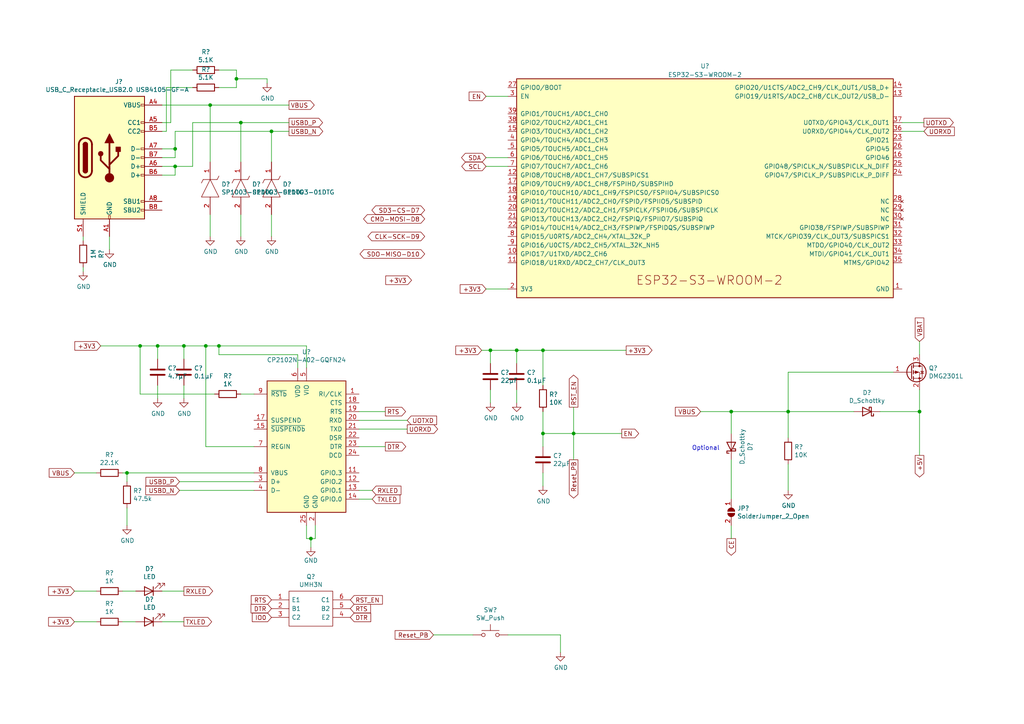
<source format=kicad_sch>
(kicad_sch (version 20211123) (generator eeschema)
  (paper "A4")
  (lib_symbols
    (symbol "Connector:USB_C_Receptacle_USB2.0" (pin_names (offset 1.016))
      (property "Reference" "J" (at -10.16 19.05 0))
      (property "Value" "USB_C_Receptacle_USB2.0" (at 19.05 19.05 0))
      (symbol "USB_C_Receptacle_USB2.0_0_0"
        (rectangle (start -0.254 -17.78) (end 0.254 -16.764))
        (rectangle (start 10.16 -14.986) (end 9.144 -15.494))
        (rectangle (start 10.16 -12.446) (end 9.144 -12.954))
        (rectangle (start 10.16 -4.826) (end 9.144 -5.334))
        (rectangle (start 10.16 -2.286) (end 9.144 -2.794))
        (rectangle (start 10.16 0.254) (end 9.144 -0.254))
        (rectangle (start 10.16 2.794) (end 9.144 2.286))
        (rectangle (start 10.16 7.874) (end 9.144 7.366))
        (rectangle (start 10.16 10.414) (end 9.144 9.906))
        (rectangle (start 10.16 15.494) (end 9.144 14.986))
      )
      (symbol "USB_C_Receptacle_USB2.0_0_1"
        (rectangle (start -10.16 17.78) (end 10.16 -17.78) (stroke (width 0.254)) (fill (type background)))
        (arc (start -8.89 -3.81) (mid -6.985 -5.715) (end -5.08 -3.81) (stroke (width 0.508)))
        (arc (start -7.62 -3.81) (mid -6.985 -4.445) (end -6.35 -3.81) (stroke (width 0.254)))
        (arc (start -7.62 -3.81) (mid -6.985 -4.445) (end -6.35 -3.81) (stroke (width 0.254)) (fill (type outline)))
        (rectangle (start -7.62 -3.81) (end -6.35 3.81) (stroke (width 0.254)) (fill (type outline)))
        (arc (start -6.35 3.81) (mid -6.985 4.445) (end -7.62 3.81) (stroke (width 0.254)))
        (arc (start -6.35 3.81) (mid -6.985 4.445) (end -7.62 3.81) (stroke (width 0.254)) (fill (type outline)))
        (arc (start -5.08 3.81) (mid -6.985 5.715) (end -8.89 3.81) (stroke (width 0.508)))
        (circle (center -2.54 1.143) (radius 0.635) (stroke (width 0.254)) (fill (type outline)))
        (circle (center 0 -5.842) (radius 1.27) (fill (type outline)))
        (polyline (pts (xy -8.89 -3.81) (xy -8.89 3.81)) (stroke (width 0.508)))
        (polyline (pts (xy -5.08 3.81) (xy -5.08 -3.81)) (stroke (width 0.508)))
        (polyline (pts (xy 0 -5.842) (xy 0 4.318)) (stroke (width 0.508)))
        (polyline (pts (xy 0 -3.302) (xy -2.54 -0.762) (xy -2.54 0.508)) (stroke (width 0.508)))
        (polyline (pts (xy 0 -2.032) (xy 2.54 0.508) (xy 2.54 1.778)) (stroke (width 0.508)))
        (polyline (pts (xy -1.27 4.318) (xy 0 6.858) (xy 1.27 4.318) (xy -1.27 4.318)) (stroke (width 0.254)) (fill (type outline)))
        (rectangle (start 1.905 1.778) (end 3.175 3.048) (stroke (width 0.254)) (fill (type outline)))
      )
      (symbol "USB_C_Receptacle_USB2.0_1_1"
        (pin passive line (at 0 -22.86 90) (length 5.08) (name "GND") (number "A1"))
        (pin passive line (at 0 -22.86 90) (length 5.08) hide (name "GND") (number "A12"))
        (pin passive line (at 15.24 15.24 180) (length 5.08) (name "VBUS") (number "A4"))
        (pin bidirectional line (at 15.24 10.16 180) (length 5.08) (name "CC1") (number "A5"))
        (pin bidirectional line (at 15.24 -2.54 180) (length 5.08) (name "D+") (number "A6"))
        (pin bidirectional line (at 15.24 2.54 180) (length 5.08) (name "D-") (number "A7"))
        (pin bidirectional line (at 15.24 -12.7 180) (length 5.08) (name "SBU1") (number "A8"))
        (pin passive line (at 15.24 15.24 180) (length 5.08) hide (name "VBUS") (number "A9"))
        (pin passive line (at 0 -22.86 90) (length 5.08) hide (name "GND") (number "B1"))
        (pin passive line (at 0 -22.86 90) (length 5.08) hide (name "GND") (number "B12"))
        (pin passive line (at 15.24 15.24 180) (length 5.08) hide (name "VBUS") (number "B4"))
        (pin bidirectional line (at 15.24 7.62 180) (length 5.08) (name "CC2") (number "B5"))
        (pin bidirectional line (at 15.24 -5.08 180) (length 5.08) (name "D+") (number "B6"))
        (pin bidirectional line (at 15.24 0 180) (length 5.08) (name "D-") (number "B7"))
        (pin bidirectional line (at 15.24 -15.24 180) (length 5.08) (name "SBU2") (number "B8"))
        (pin passive line (at 15.24 15.24 180) (length 5.08) hide (name "VBUS") (number "B9"))
        (pin passive line (at -7.62 -22.86 90) (length 5.08) (name "SHIELD") (number "S1"))
      )
    )
    (symbol "Device:C" (pin_numbers hide) (pin_names (offset 0.254))
      (property "Reference" "C" (at 0.635 2.54 0))
      (property "Value" "C" (at 0.635 -2.54 0))
      (symbol "C_0_1"
        (polyline (pts (xy -2.032 -0.762) (xy 2.032 -0.762)) (stroke (width 0.508)))
        (polyline (pts (xy -2.032 0.762) (xy 2.032 0.762)) (stroke (width 0.508)))
      )
      (symbol "C_1_1"
        (pin passive line (at 0 3.81 270) (length 2.794) (name "~") (number "1"))
        (pin passive line (at 0 -3.81 90) (length 2.794) (name "~") (number "2"))
      )
    )
    (symbol "Device:D_Schottky" (pin_numbers hide) (pin_names (offset 1.016) hide)
      (property "Reference" "D" (at 0 2.54 0))
      (property "Value" "D_Schottky" (at 0 -2.54 0))
      (symbol "D_Schottky_0_1"
        (polyline (pts (xy 1.27 0) (xy -1.27 0)))
        (polyline (pts (xy 1.27 1.27) (xy 1.27 -1.27) (xy -1.27 0) (xy 1.27 1.27)) (stroke (width 0.254)))
        (polyline (pts (xy -1.905 0.635) (xy -1.905 1.27) (xy -1.27 1.27) (xy -1.27 -1.27) (xy -0.635 -1.27) (xy -0.635 -0.635)) (stroke (width 0.254)))
      )
      (symbol "D_Schottky_1_1"
        (pin passive line (at -3.81 0 0) (length 2.54) (name "K") (number "1"))
        (pin passive line (at 3.81 0 180) (length 2.54) (name "A") (number "2"))
      )
    )
    (symbol "Device:LED" (pin_numbers hide) (pin_names (offset 1.016) hide)
      (property "Reference" "D" (at 0 2.54 0))
      (property "Value" "LED" (at 0 -2.54 0))
      (symbol "LED_0_1"
        (polyline (pts (xy -1.27 -1.27) (xy -1.27 1.27)) (stroke (width 0.254)))
        (polyline (pts (xy -1.27 0) (xy 1.27 0)))
        (polyline (pts (xy 1.27 -1.27) (xy 1.27 1.27) (xy -1.27 0) (xy 1.27 -1.27)) (stroke (width 0.254)))
        (polyline (pts (xy -3.048 -0.762) (xy -4.572 -2.286) (xy -3.81 -2.286) (xy -4.572 -2.286) (xy -4.572 -1.524)))
        (polyline (pts (xy -1.778 -0.762) (xy -3.302 -2.286) (xy -2.54 -2.286) (xy -3.302 -2.286) (xy -3.302 -1.524)))
      )
      (symbol "LED_1_1"
        (pin passive line (at -3.81 0 0) (length 2.54) (name "K") (number "1"))
        (pin passive line (at 3.81 0 180) (length 2.54) (name "A") (number "2"))
      )
    )
    (symbol "Device:R" (pin_numbers hide) (pin_names (offset 0))
      (property "Reference" "R" (at 2.032 0 90))
      (property "Value" "R" (at 0 0 90))
      (symbol "R_0_1"
        (rectangle (start -1.016 -2.54) (end 1.016 2.54) (stroke (width 0.254)))
      )
      (symbol "R_1_1"
        (pin passive line (at 0 3.81 270) (length 1.27) (name "~") (number "1"))
        (pin passive line (at 0 -3.81 90) (length 1.27) (name "~") (number "2"))
      )
    )
    (symbol "Espressif:ESP32-S3-WROOM-2" (pin_names (offset 1.016))
      (property "Reference" "U" (at -55.88 38.1 0))
      (property "Value" "ESP32-S3-WROOM-2" (at -55.88 35.56 0))
      (symbol "ESP32-S3-WROOM-2_0_0"
        (rectangle (start -55.88 33.02) (end 53.34 -30.48) (stroke (width 0.254)) (fill (type background)))
        (text "ESP32-S3-WROOM-2" (at 0 -25.4 0) (effects (font (size 2.54 2.54))))
        (pin power_in line (at 55.88 -27.94 180) (length 2.54) (name "GND") (number "1"))
        (pin bidirectional line (at -58.42 -17.78 0) (length 2.54) (name "GPIO17/U1TXD/ADC2_CH6") (number "10"))
        (pin bidirectional line (at -58.42 -20.32 0) (length 2.54) (name "GPIO18/U1RXD/ADC2_CH7/CLK_OUT3") (number "11"))
        (pin bidirectional line (at -58.42 5.08 0) (length 2.54) (name "GPIO8/TOUCH8/ADC1_CH7/SUBSPICS1") (number "12"))
        (pin bidirectional line (at 55.88 27.94 180) (length 2.54) (name "GPIO19/U1RTS/ADC2_CH8/CLK_OUT2/USB_D-") (number "13"))
        (pin bidirectional line (at 55.88 30.48 180) (length 2.54) (name "GPIO20/U1CTS/ADC2_CH9/CLK_OUT1/USB_D+") (number "14"))
        (pin bidirectional line (at -58.42 17.78 0) (length 2.54) (name "GPIO3/TOUCH3/ADC1_CH2") (number "15"))
        (pin bidirectional line (at 55.88 10.16 180) (length 2.54) (name "GPIO46") (number "16"))
        (pin bidirectional line (at -58.42 2.54 0) (length 2.54) (name "GPIO9/TOUCH9/ADC1_CH8/FSPIHD/SUBSPIHD") (number "17"))
        (pin bidirectional line (at -58.42 0 0) (length 2.54) (name "GPIO10/TOUCH10/ADC1_CH9/FSPICS0/FSPIIO4/SUBSPICS0") (number "18"))
        (pin bidirectional line (at -58.42 -2.54 0) (length 2.54) (name "GPIO11/TOUCH11/ADC2_CH0/FSPID/FSPIIO5/SUBSPID") (number "19"))
        (pin power_in line (at -58.42 -27.94 0) (length 2.54) (name "3V3") (number "2"))
        (pin bidirectional line (at -58.42 -5.08 0) (length 2.54) (name "GPIO12/TOUCH12/ADC2_CH1/FSPICLK/FSPIIO6/SUBSPICLK") (number "20"))
        (pin bidirectional line (at -58.42 -7.62 0) (length 2.54) (name "GPIO13/TOUCH13/ADC2_CH2/FSPIQ/FSPIIO7/SUBSPIQ") (number "21"))
        (pin bidirectional line (at -58.42 -10.16 0) (length 2.54) (name "GPIO14/TOUCH14/ADC2_CH3/FSPIWP/FSPIDQS/SUBSPIWP") (number "22"))
        (pin bidirectional line (at 55.88 15.24 180) (length 2.54) (name "GPIO21") (number "23"))
        (pin bidirectional line (at 55.88 5.08 180) (length 2.54) (name "GPIO47/SPICLK_P/SUBSPICLK_P_DIFF") (number "24"))
        (pin bidirectional line (at 55.88 7.62 180) (length 2.54) (name "GPIO48/SPICLK_N/SUBSPICLK_N_DIFF") (number "25"))
        (pin bidirectional line (at 55.88 12.7 180) (length 2.54) (name "GPIO45") (number "26"))
        (pin bidirectional line (at -58.42 30.48 0) (length 2.54) (name "GPIO0/BOOT") (number "27"))
        (pin no_connect line (at 55.88 -2.54 180) (length 2.54) (name "NC") (number "28"))
        (pin no_connect line (at 55.88 -5.08 180) (length 2.54) (name "NC") (number "29"))
        (pin input line (at -58.42 27.94 0) (length 2.54) (name "EN") (number "3"))
        (pin no_connect line (at 55.88 -7.62 180) (length 2.54) (name "NC") (number "30"))
        (pin bidirectional line (at 55.88 -10.16 180) (length 2.54) (name "GPIO38/FSPIWP/SUBSPIWP") (number "31"))
        (pin bidirectional line (at 55.88 -12.7 180) (length 2.54) (name "MTCK/GPIO39/CLK_OUT3/SUBSPICS1") (number "32"))
        (pin bidirectional line (at 55.88 -15.24 180) (length 2.54) (name "MTDO/GPIO40/CLK_OUT2") (number "33"))
        (pin bidirectional line (at 55.88 -17.78 180) (length 2.54) (name "MTDI/GPIO41/CLK_OUT1") (number "34"))
        (pin bidirectional line (at 55.88 -20.32 180) (length 2.54) (name "MTMS/GPIO42") (number "35"))
        (pin bidirectional line (at 55.88 17.78 180) (length 2.54) (name "U0RXD/GPIO44/CLK_OUT2") (number "36"))
        (pin bidirectional line (at 55.88 20.32 180) (length 2.54) (name "U0TXD/GPIO43/CLK_OUT1") (number "37"))
        (pin bidirectional line (at -58.42 20.32 0) (length 2.54) (name "GPIO2/TOUCH2/ADC1_CH1") (number "38"))
        (pin bidirectional line (at -58.42 22.86 0) (length 2.54) (name "GPIO1/TOUCH1/ADC1_CH0") (number "39"))
        (pin bidirectional line (at -58.42 15.24 0) (length 2.54) (name "GPIO4/TOUCH4/ADC1_CH3") (number "4"))
        (pin passive line (at 55.88 -27.94 180) (length 2.54) hide (name "GND") (number "40"))
        (pin passive line (at 55.88 -27.94 180) (length 2.54) hide (name "GND") (number "41"))
        (pin bidirectional line (at -58.42 12.7 0) (length 2.54) (name "GPIO5/TOUCH5/ADC1_CH4") (number "5"))
        (pin bidirectional line (at -58.42 10.16 0) (length 2.54) (name "GPIO6/TOUCH6/ADC1_CH5") (number "6"))
        (pin bidirectional line (at -58.42 7.62 0) (length 2.54) (name "GPIO7/TOUCH7/ADC1_CH6") (number "7"))
        (pin bidirectional line (at -58.42 -12.7 0) (length 2.54) (name "GPIO15/U0RTS/ADC2_CH4/XTAL_32K_P") (number "8"))
        (pin bidirectional line (at -58.42 -15.24 0) (length 2.54) (name "GPIO16/U0CTS/ADC2_CH5/XTAL_32K_NH5") (number "9"))
      )
    )
    (symbol "Jumper:SolderJumper_2_Open" (pin_names (offset 0) hide)
      (property "Reference" "JP" (at 0 2.032 0))
      (property "Value" "SolderJumper_2_Open" (at 0 -2.54 0))
      (symbol "SolderJumper_2_Open_0_1"
        (arc (start -0.254 1.016) (mid -1.27 0) (end -0.254 -1.016))
        (arc (start -0.254 1.016) (mid -1.27 0) (end -0.254 -1.016) (fill (type outline)))
        (polyline (pts (xy -0.254 1.016) (xy -0.254 -1.016)))
        (polyline (pts (xy 0.254 1.016) (xy 0.254 -1.016)))
        (arc (start 0.254 -1.016) (mid 1.27 0) (end 0.254 1.016))
        (arc (start 0.254 -1.016) (mid 1.27 0) (end 0.254 1.016) (fill (type outline)))
      )
      (symbol "SolderJumper_2_Open_1_1"
        (pin passive line (at -3.81 0 0) (length 2.54) (name "A") (number "1"))
        (pin passive line (at 3.81 0 180) (length 2.54) (name "B") (number "2"))
      )
    )
    (symbol "RE1C002UN:DMG2301L" (pin_names hide)
      (property "Reference" "Q" (at 5.08 1.905 0))
      (property "Value" "DMG2301L" (at 5.08 0 0))
      (symbol "DMG2301L_0_1"
        (polyline (pts (xy 0.254 0) (xy -2.54 0)))
        (polyline (pts (xy 0.254 1.905) (xy 0.254 -1.905)) (stroke (width 0.254)))
        (polyline (pts (xy 0.762 -1.27) (xy 0.762 -2.286)) (stroke (width 0.254)))
        (polyline (pts (xy 0.762 0.508) (xy 0.762 -0.508)) (stroke (width 0.254)))
        (polyline (pts (xy 0.762 2.286) (xy 0.762 1.27)) (stroke (width 0.254)))
        (polyline (pts (xy 2.54 2.54) (xy 2.54 1.778)))
        (polyline (pts (xy 2.54 -2.54) (xy 2.54 0) (xy 0.762 0)))
        (polyline (pts (xy 0.762 1.778) (xy 3.302 1.778) (xy 3.302 -1.778) (xy 0.762 -1.778)))
        (polyline (pts (xy 2.286 0) (xy 1.27 0.381) (xy 1.27 -0.381) (xy 2.286 0)) (fill (type outline)))
        (polyline (pts (xy 2.794 -0.508) (xy 2.921 -0.381) (xy 3.683 -0.381) (xy 3.81 -0.254)))
        (polyline (pts (xy 3.302 -0.381) (xy 2.921 0.254) (xy 3.683 0.254) (xy 3.302 -0.381)))
        (circle (center 1.651 0) (radius 2.794) (stroke (width 0.254)))
        (circle (center 2.54 -1.778) (radius 0.254) (fill (type outline)))
        (circle (center 2.54 1.778) (radius 0.254) (fill (type outline)))
      )
      (symbol "DMG2301L_1_1"
        (pin input line (at -5.08 0 0) (length 2.54) (name "G") (number "1"))
        (pin passive line (at 2.54 -5.08 90) (length 2.54) (name "S") (number "2"))
        (pin passive line (at 2.54 5.08 270) (length 2.54) (name "D") (number "3"))
      )
    )
    (symbol "SP1003-01DTG:SP1003-01DTG" (pin_names (offset 0.762))
      (property "Reference" "D" (at 10.16 8.89 0))
      (property "Value" "SP1003-01DTG" (at 10.16 6.35 0))
      (symbol "SP1003-01DTG_0_0"
        (pin passive line (at 0 0 0) (length 5.08) (name "~") (number "1"))
        (pin passive line (at 15.24 0 180) (length 5.08) (name "~") (number "2"))
      )
      (symbol "SP1003-01DTG_0_1"
        (polyline (pts (xy 4.064 2.54) (xy 5.08 2.032)) (stroke (width 0.1524)))
        (polyline (pts (xy 5.08 -2.032) (xy 5.08 2.032)) (stroke (width 0.1524)))
        (polyline (pts (xy 5.08 -2.032) (xy 6.096 -2.54)) (stroke (width 0.1524)))
        (polyline (pts (xy 5.08 0) (xy 10.16 2.54) (xy 10.16 -2.54) (xy 5.08 0)) (stroke (width 0.1524)))
      )
    )
    (symbol "Switch:SW_Push" (pin_numbers hide) (pin_names (offset 1.016) hide)
      (property "Reference" "SW" (at 1.27 2.54 0))
      (property "Value" "SW_Push" (at 0 -1.524 0))
      (symbol "SW_Push_0_1"
        (circle (center -2.032 0) (radius 0.508))
        (polyline (pts (xy 0 1.27) (xy 0 3.048)))
        (polyline (pts (xy 2.54 1.27) (xy -2.54 1.27)))
        (circle (center 2.032 0) (radius 0.508))
        (pin passive line (at -5.08 0 0) (length 2.54) (name "1") (number "1"))
        (pin passive line (at 5.08 0 180) (length 2.54) (name "2") (number "2"))
      )
    )
    (symbol "TestboardV2.3-rescue:CP2102N-A01-GQFN24-Interface_USB" (pin_names (offset 1.016))
      (property "Reference" "U" (at -5.08 22.225 0))
      (property "Value" "CP2102N-A01-GQFN24-Interface_USB" (at -5.08 20.32 0))
      (symbol "CP2102N-A01-GQFN24-Interface_USB_0_1"
        (rectangle (start -11.43 19.05) (end 11.43 -19.05) (stroke (width 0.254)) (fill (type background)))
      )
      (symbol "CP2102N-A01-GQFN24-Interface_USB_1_1"
        (pin bidirectional line (at 15.24 15.24 180) (length 3.81) (name "RI/CLK") (number "1"))
        (pin no_connect line (at 10.16 -22.86 90) (length 3.81) hide (name "NC") (number "10"))
        (pin bidirectional line (at 15.24 -7.62 180) (length 3.81) (name "GPIO.3") (number "11"))
        (pin bidirectional line (at 15.24 -10.16 180) (length 3.81) (name "GPIO.2") (number "12"))
        (pin bidirectional line (at 15.24 -12.7 180) (length 3.81) (name "GPIO.1") (number "13"))
        (pin bidirectional line (at 15.24 -15.24 180) (length 3.81) (name "GPIO.0") (number "14"))
        (pin output line (at -15.24 5.08 0) (length 3.81) (name "~{SUSPENDb}") (number "15"))
        (pin no_connect line (at 7.62 -22.86 90) (length 3.81) hide (name "NC") (number "16"))
        (pin output line (at -15.24 7.62 0) (length 3.81) (name "SUSPEND") (number "17"))
        (pin input line (at 15.24 12.7 180) (length 3.81) (name "CTS") (number "18"))
        (pin output line (at 15.24 10.16 180) (length 3.81) (name "RTS") (number "19"))
        (pin power_in line (at 2.54 -22.86 90) (length 3.81) (name "GND") (number "2"))
        (pin input line (at 15.24 7.62 180) (length 3.81) (name "RXD") (number "20"))
        (pin output line (at 15.24 5.08 180) (length 3.81) (name "TXD") (number "21"))
        (pin input line (at 15.24 2.54 180) (length 3.81) (name "DSR") (number "22"))
        (pin output line (at 15.24 0 180) (length 3.81) (name "DTR") (number "23"))
        (pin input line (at 15.24 -2.54 180) (length 3.81) (name "DCD") (number "24"))
        (pin power_in line (at 0 -22.86 90) (length 3.81) (name "GND") (number "25"))
        (pin bidirectional line (at -15.24 -10.16 0) (length 3.81) (name "D+") (number "3"))
        (pin bidirectional line (at -15.24 -12.7 0) (length 3.81) (name "D-") (number "4"))
        (pin power_in line (at 0 22.86 270) (length 3.81) (name "VIO") (number "5"))
        (pin power_in line (at -2.54 22.86 270) (length 3.81) (name "VDD") (number "6"))
        (pin power_in line (at -15.24 0 0) (length 3.81) (name "REGIN") (number "7"))
        (pin input line (at -15.24 -7.62 0) (length 3.81) (name "VBUS") (number "8"))
        (pin input line (at -15.24 15.24 0) (length 3.81) (name "~{RSTb}") (number "9"))
      )
    )
    (symbol "UMH3N:UMH3N" (pin_names (offset 0.762))
      (property "Reference" "Q" (at 19.05 7.62 0))
      (property "Value" "UMH3N" (at 19.05 5.08 0))
      (symbol "UMH3N_0_0"
        (pin unspecified line (at 0 0 0) (length 5.08) (name "E1") (number "1"))
        (pin unspecified line (at 0 -2.54 0) (length 5.08) (name "B1") (number "2"))
        (pin unspecified line (at 0 -5.08 0) (length 5.08) (name "C2") (number "3"))
        (pin unspecified line (at 22.86 -5.08 180) (length 5.08) (name "E2") (number "4"))
        (pin unspecified line (at 22.86 -2.54 180) (length 5.08) (name "B2") (number "5"))
        (pin unspecified line (at 22.86 0 180) (length 5.08) (name "C1") (number "6"))
      )
      (symbol "UMH3N_0_1"
        (polyline (pts (xy 5.08 2.54) (xy 17.78 2.54) (xy 17.78 -7.62) (xy 5.08 -7.62) (xy 5.08 2.54)) (stroke (width 0.1524)))
      )
    )
    (symbol "power:GND" (power) (pin_names (offset 0))
      (property "Value" "GND" (at 0 -3.81 0))
      (symbol "GND_0_1"
        (polyline (pts (xy 0 0) (xy 0 -1.27) (xy 1.27 -1.27) (xy 0 -2.54) (xy -1.27 -1.27) (xy 0 -1.27)))
      )
      (symbol "GND_1_1"
        (pin power_in line (at 0 0 270) (length 0) hide (name "GND") (number "1"))
      )
    )
  )
  (junction (at 50.8 48.26))
  (junction (at 40.64 100.33))
  (junction (at 69.85 35.56))
  (junction (at 266.7 119.38))
  (junction (at 212.09 119.38))
  (junction (at 157.48 125.73))
  (junction (at 59.69 100.33))
  (junction (at 157.48 101.6))
  (junction (at 90.17 156.21))
  (junction (at 149.86 101.6))
  (junction (at 63.5 100.33))
  (junction (at 53.34 100.33))
  (junction (at 36.83 137.16))
  (junction (at 68.58 22.86))
  (junction (at 78.74 38.1))
  (junction (at 142.24 101.6))
  (junction (at 45.72 100.33))
  (junction (at 228.6 119.38))
  (junction (at 166.37 125.73))
  (junction (at 50.8 43.18))
  (junction (at 60.96 30.48))
  (wire (pts (xy 261.62 38.1) (xy 267.97 38.1)))
  (wire (pts (xy 35.56 180.34) (xy 39.37 180.34)))
  (wire (pts (xy 29.21 100.33) (xy 40.64 100.33)))
  (wire (pts (xy 212.09 125.73) (xy 212.09 119.38)))
  (wire (pts (xy 50.8 43.18) (xy 50.8 45.72)))
  (wire (pts (xy 21.59 137.16) (xy 27.94 137.16)))
  (wire (pts (xy 104.14 142.24) (xy 107.95 142.24)))
  (wire (pts (xy 46.99 48.26) (xy 50.8 48.26)))
  (wire (pts (xy 104.14 124.46) (xy 118.11 124.46)))
  (wire (pts (xy 78.74 46.99) (xy 78.74 38.1)))
  (wire (pts (xy 50.8 48.26) (xy 55.88 48.26)))
  (wire (pts (xy 31.75 68.58) (xy 31.75 72.39)))
  (wire (pts (xy 104.14 119.38) (xy 111.76 119.38)))
  (wire (pts (xy 68.58 22.86) (xy 68.58 20.32)))
  (wire (pts (xy 149.86 113.03) (xy 149.86 116.84)))
  (wire (pts (xy 60.96 30.48) (xy 83.82 30.48)))
  (wire (pts (xy 63.5 102.87) (xy 63.5 100.33)))
  (wire (pts (xy 27.94 171.45) (xy 21.59 171.45)))
  (wire (pts (xy 162.56 184.15) (xy 162.56 189.23)))
  (wire (pts (xy 228.6 107.95) (xy 259.08 107.95)))
  (wire (pts (xy 228.6 119.38) (xy 247.65 119.38)))
  (wire (pts (xy 40.64 114.3) (xy 40.64 100.33)))
  (wire (pts (xy 140.97 27.94) (xy 147.32 27.94)))
  (wire (pts (xy 36.83 137.16) (xy 36.83 139.7)))
  (wire (pts (xy 36.83 137.16) (xy 73.66 137.16)))
  (wire (pts (xy 49.53 20.32) (xy 55.88 20.32)))
  (wire (pts (xy 50.8 38.1) (xy 78.74 38.1)))
  (wire (pts (xy 266.7 102.87) (xy 266.7 99.06)))
  (wire (pts (xy 77.47 22.86) (xy 77.47 24.13)))
  (wire (pts (xy 212.09 119.38) (xy 228.6 119.38)))
  (wire (pts (xy 69.85 35.56) (xy 83.82 35.56)))
  (wire (pts (xy 59.69 100.33) (xy 63.5 100.33)))
  (wire (pts (xy 149.86 101.6) (xy 149.86 105.41)))
  (wire (pts (xy 228.6 119.38) (xy 228.6 107.95)))
  (wire (pts (xy 140.97 45.72) (xy 147.32 45.72)))
  (wire (pts (xy 53.34 100.33) (xy 59.69 100.33)))
  (wire (pts (xy 147.32 184.15) (xy 162.56 184.15)))
  (wire (pts (xy 78.74 62.23) (xy 78.74 68.58)))
  (wire (pts (xy 48.26 25.4) (xy 55.88 25.4)))
  (wire (pts (xy 88.9 106.68) (xy 88.9 100.33)))
  (wire (pts (xy 55.88 48.26) (xy 55.88 35.56)))
  (wire (pts (xy 142.24 101.6) (xy 142.24 105.41)))
  (wire (pts (xy 149.86 101.6) (xy 157.48 101.6)))
  (wire (pts (xy 142.24 113.03) (xy 142.24 116.84)))
  (wire (pts (xy 46.99 35.56) (xy 49.53 35.56)))
  (wire (pts (xy 78.74 38.1) (xy 83.82 38.1)))
  (wire (pts (xy 73.66 142.24) (xy 52.07 142.24)))
  (wire (pts (xy 91.44 156.21) (xy 91.44 152.4)))
  (wire (pts (xy 73.66 114.3) (xy 69.85 114.3)))
  (wire (pts (xy 35.56 171.45) (xy 39.37 171.45)))
  (wire (pts (xy 46.99 180.34) (xy 53.34 180.34)))
  (wire (pts (xy 63.5 25.4) (xy 68.58 25.4)))
  (wire (pts (xy 139.7 101.6) (xy 142.24 101.6)))
  (wire (pts (xy 69.85 62.23) (xy 69.85 68.58)))
  (wire (pts (xy 45.72 111.76) (xy 45.72 115.57)))
  (wire (pts (xy 50.8 45.72) (xy 46.99 45.72)))
  (wire (pts (xy 255.27 119.38) (xy 266.7 119.38)))
  (wire (pts (xy 53.34 111.76) (xy 53.34 115.57)))
  (wire (pts (xy 142.24 101.6) (xy 149.86 101.6)))
  (wire (pts (xy 48.26 38.1) (xy 48.26 25.4)))
  (wire (pts (xy 86.36 102.87) (xy 63.5 102.87)))
  (wire (pts (xy 55.88 35.56) (xy 69.85 35.56)))
  (wire (pts (xy 59.69 100.33) (xy 59.69 129.54)))
  (wire (pts (xy 212.09 133.35) (xy 212.09 144.78)))
  (wire (pts (xy 140.97 83.82) (xy 147.32 83.82)))
  (wire (pts (xy 35.56 137.16) (xy 36.83 137.16)))
  (wire (pts (xy 45.72 100.33) (xy 45.72 104.14)))
  (wire (pts (xy 59.69 129.54) (xy 73.66 129.54)))
  (wire (pts (xy 86.36 106.68) (xy 86.36 102.87)))
  (wire (pts (xy 50.8 50.8) (xy 46.99 50.8)))
  (wire (pts (xy 104.14 129.54) (xy 111.76 129.54)))
  (wire (pts (xy 50.8 48.26) (xy 50.8 50.8)))
  (wire (pts (xy 104.14 121.92) (xy 118.11 121.92)))
  (wire (pts (xy 68.58 22.86) (xy 77.47 22.86)))
  (wire (pts (xy 125.73 184.15) (xy 137.16 184.15)))
  (wire (pts (xy 157.48 101.6) (xy 157.48 111.76)))
  (wire (pts (xy 36.83 147.32) (xy 36.83 152.4)))
  (wire (pts (xy 90.17 156.21) (xy 90.17 158.75)))
  (wire (pts (xy 166.37 125.73) (xy 166.37 133.35)))
  (wire (pts (xy 60.96 46.99) (xy 60.96 30.48)))
  (wire (pts (xy 228.6 134.62) (xy 228.6 142.24)))
  (wire (pts (xy 261.62 35.56) (xy 267.97 35.56)))
  (wire (pts (xy 40.64 114.3) (xy 62.23 114.3)))
  (wire (pts (xy 166.37 125.73) (xy 180.34 125.73)))
  (wire (pts (xy 53.34 100.33) (xy 53.34 104.14)))
  (wire (pts (xy 157.48 137.16) (xy 157.48 140.97)))
  (wire (pts (xy 228.6 119.38) (xy 228.6 127)))
  (wire (pts (xy 88.9 152.4) (xy 88.9 156.21)))
  (wire (pts (xy 166.37 125.73) (xy 157.48 125.73)))
  (wire (pts (xy 60.96 62.23) (xy 60.96 68.58)))
  (wire (pts (xy 50.8 43.18) (xy 50.8 38.1)))
  (wire (pts (xy 68.58 25.4) (xy 68.58 22.86)))
  (wire (pts (xy 88.9 156.21) (xy 90.17 156.21)))
  (wire (pts (xy 27.94 180.34) (xy 21.59 180.34)))
  (wire (pts (xy 266.7 113.03) (xy 266.7 119.38)))
  (wire (pts (xy 52.07 139.7) (xy 73.66 139.7)))
  (wire (pts (xy 212.09 152.4) (xy 212.09 156.21)))
  (wire (pts (xy 157.48 119.38) (xy 157.48 125.73)))
  (wire (pts (xy 266.7 119.38) (xy 266.7 132.08)))
  (wire (pts (xy 157.48 125.73) (xy 157.48 129.54)))
  (wire (pts (xy 69.85 46.99) (xy 69.85 35.56)))
  (wire (pts (xy 166.37 118.11) (xy 166.37 125.73)))
  (wire (pts (xy 68.58 20.32) (xy 63.5 20.32)))
  (wire (pts (xy 40.64 100.33) (xy 45.72 100.33)))
  (wire (pts (xy 88.9 100.33) (xy 63.5 100.33)))
  (wire (pts (xy 90.17 156.21) (xy 91.44 156.21)))
  (wire (pts (xy 104.14 144.78) (xy 107.95 144.78)))
  (wire (pts (xy 24.13 69.85) (xy 24.13 68.58)))
  (wire (pts (xy 157.48 101.6) (xy 181.61 101.6)))
  (wire (pts (xy 46.99 171.45) (xy 53.34 171.45)))
  (wire (pts (xy 53.34 100.33) (xy 45.72 100.33)))
  (wire (pts (xy 46.99 30.48) (xy 60.96 30.48)))
  (wire (pts (xy 49.53 20.32) (xy 49.53 35.56)))
  (wire (pts (xy 140.97 48.26) (xy 147.32 48.26)))
  (wire (pts (xy 24.13 78.74) (xy 24.13 77.47)))
  (wire (pts (xy 46.99 38.1) (xy 48.26 38.1)))
  (wire (pts (xy 203.2 119.38) (xy 212.09 119.38)))
  (wire (pts (xy 46.99 43.18) (xy 50.8 43.18)))
  (text "Optional" (at 200.66 130.81 0) (effects (font (size 1.27 1.27)) (justify left bottom)))
  (global_label "IO18" (shape output) (at 314.96 46.99 0) (property "Intersheet References" "${INTERSHEET_REFS}" (effects hide)))
  (global_label "VBUS" (shape input) (at 203.2 119.38 180) (property "Intersheet References" "${INTERSHEET_REFS}" (effects hide)))
  (global_label "IO17" (shape output) (at 314.96 44.45 0) (property "Intersheet References" "${INTERSHEET_REFS}" (effects hide)))
  (global_label "CE" (shape output) (at 212.09 156.21 270) (property "Intersheet References" "${INTERSHEET_REFS}" (effects hide)))
  (global_label "RTS" (shape input) (at 78.74 173.99 180) (property "Intersheet References" "${INTERSHEET_REFS}" (effects hide)))
  (global_label "EN" (shape input) (at 140.97 27.94 180) (property "Intersheet References" "${INTERSHEET_REFS}" (effects hide)))
  (global_label "UORXD" (shape output) (at 118.11 124.46 0) (property "Intersheet References" "${INTERSHEET_REFS}" (effects hide)))
  (global_label "SDA" (shape bidirectional) (at 140.97 45.72 180) (property "Intersheet References" "${INTERSHEET_REFS}" (effects hide)))
  (global_label "RTS" (shape input) (at 101.6 176.53 0) (property "Intersheet References" "${INTERSHEET_REFS}" (effects hide)))
  (global_label "VBAT" (shape input) (at 266.7 99.06 90) (property "Intersheet References" "${INTERSHEET_REFS}" (effects hide)))
  (global_label "+3V3" (shape output) (at 181.61 101.6 0) (property "Intersheet References" "${INTERSHEET_REFS}" (effects hide)))
  (global_label "+3V3" (shape input) (at 29.21 100.33 180) (property "Intersheet References" "${INTERSHEET_REFS}" (effects hide)))
  (global_label "UORXD" (shape input) (at 267.97 38.1 0) (property "Intersheet References" "${INTERSHEET_REFS}" (effects hide)))
  (global_label "IO25" (shape output) (at 314.96 59.69 0) (property "Intersheet References" "${INTERSHEET_REFS}" (effects hide)))
  (global_label "UORXD" (shape input) (at 314.96 24.13 0) (property "Intersheet References" "${INTERSHEET_REFS}" (effects hide)))
  (global_label "+3V3" (shape input) (at 140.97 83.82 180) (property "Intersheet References" "${INTERSHEET_REFS}" (effects hide)))
  (global_label "Reset_PB" (shape output) (at 166.37 133.35 270) (property "Intersheet References" "${INTERSHEET_REFS}" (effects hide)))
  (global_label "+3V3" (shape input) (at 119.38 81.28 180) (property "Intersheet References" "${INTERSHEET_REFS}" (effects hide)))
  (global_label "IO27" (shape output) (at 314.96 64.77 0) (property "Intersheet References" "${INTERSHEET_REFS}" (effects hide)))
  (global_label "IO04" (shape output) (at 314.96 26.67 0) (property "Intersheet References" "${INTERSHEET_REFS}" (effects hide)))
  (global_label "IO0" (shape output) (at 314.96 16.51 0) (property "Intersheet References" "${INTERSHEET_REFS}" (effects hide)))
  (global_label "SCL" (shape bidirectional) (at 140.97 48.26 180) (property "Intersheet References" "${INTERSHEET_REFS}" (effects hide)))
  (global_label "IO0" (shape input) (at 78.74 179.07 180) (property "Intersheet References" "${INTERSHEET_REFS}" (effects hide)))
  (global_label "USBD_N" (shape output) (at 83.82 38.1 0) (property "Intersheet References" "${INTERSHEET_REFS}" (effects hide)))
  (global_label "IO13" (shape output) (at 314.96 34.29 0) (property "Intersheet References" "${INTERSHEET_REFS}" (effects hide)))
  (global_label "VBUS" (shape output) (at 83.82 30.48 0) (property "Intersheet References" "${INTERSHEET_REFS}" (effects hide)))
  (global_label "RST_EN" (shape input) (at 101.6 173.99 0) (property "Intersheet References" "${INTERSHEET_REFS}" (effects hide)))
  (global_label "UOTXD" (shape output) (at 267.97 35.56 0) (property "Intersheet References" "${INTERSHEET_REFS}" (effects hide)))
  (global_label "Reset_PB" (shape input) (at 125.73 184.15 180) (property "Intersheet References" "${INTERSHEET_REFS}" (effects hide)))
  (global_label "CMD-MOSI-D8" (shape bidirectional) (at 123.19 63.5 180) (property "Intersheet References" "${INTERSHEET_REFS}" (effects hide)))
  (global_label "IO19" (shape output) (at 314.96 49.53 0) (property "Intersheet References" "${INTERSHEET_REFS}" (effects hide)))
  (global_label "UOTXD" (shape output) (at 314.96 19.05 0) (property "Intersheet References" "${INTERSHEET_REFS}" (effects hide)))
  (global_label "+3V3" (shape input) (at 139.7 101.6 180) (property "Intersheet References" "${INTERSHEET_REFS}" (effects hide)))
  (global_label "RTS" (shape output) (at 111.76 119.38 0) (property "Intersheet References" "${INTERSHEET_REFS}" (effects hide)))
  (global_label "USBD_N" (shape input) (at 52.07 142.24 180) (property "Intersheet References" "${INTERSHEET_REFS}" (effects hide)))
  (global_label "DTR" (shape output) (at 111.76 129.54 0) (property "Intersheet References" "${INTERSHEET_REFS}" (effects hide)))
  (global_label "TXLED" (shape input) (at 107.95 144.78 0) (property "Intersheet References" "${INTERSHEET_REFS}" (effects hide)))
  (global_label "RXLED" (shape input) (at 107.95 142.24 0) (property "Intersheet References" "${INTERSHEET_REFS}" (effects hide)))
  (global_label "IO32" (shape output) (at 314.96 67.31 0) (property "Intersheet References" "${INTERSHEET_REFS}" (effects hide)))
  (global_label "EN" (shape output) (at 180.34 125.73 0) (property "Intersheet References" "${INTERSHEET_REFS}" (effects hide)))
  (global_label "PS_HOLD_IO33" (shape output) (at 314.96 69.85 0) (property "Intersheet References" "${INTERSHEET_REFS}" (effects hide)))
  (global_label "IO2" (shape output) (at 314.96 21.59 0) (property "Intersheet References" "${INTERSHEET_REFS}" (effects hide)))
  (global_label "USBD_P" (shape input) (at 52.07 139.7 180) (property "Intersheet References" "${INTERSHEET_REFS}" (effects hide)))
  (global_label "UOTXD" (shape input) (at 118.11 121.92 0) (property "Intersheet References" "${INTERSHEET_REFS}" (effects hide)))
  (global_label "RXLED" (shape output) (at 53.34 171.45 0) (property "Intersheet References" "${INTERSHEET_REFS}" (effects hide)))
  (global_label "CLK-SCK-D9" (shape bidirectional) (at 123.19 68.58 180) (property "Intersheet References" "${INTERSHEET_REFS}" (effects hide)))
  (global_label "+3V3" (shape input) (at 21.59 171.45 180) (property "Intersheet References" "${INTERSHEET_REFS}" (effects hide)))
  (global_label "VBUS" (shape input) (at 21.59 137.16 180) (property "Intersheet References" "${INTERSHEET_REFS}" (effects hide)))
  (global_label "+3V3" (shape input) (at 21.59 180.34 180) (property "Intersheet References" "${INTERSHEET_REFS}" (effects hide)))
  (global_label "SDO-MISO-D10" (shape bidirectional) (at 123.19 73.66 180) (property "Intersheet References" "${INTERSHEET_REFS}" (effects hide)))
  (global_label "IO26" (shape output) (at 314.96 62.23 0) (property "Intersheet References" "${INTERSHEET_REFS}" (effects hide)))
  (global_label "DTR" (shape input) (at 78.74 176.53 180) (property "Intersheet References" "${INTERSHEET_REFS}" (effects hide)))
  (global_label "IO34" (shape input) (at 314.96 72.39 0) (property "Intersheet References" "${INTERSHEET_REFS}" (effects hide)))
  (global_label "IO35" (shape input) (at 314.96 74.93 0) (property "Intersheet References" "${INTERSHEET_REFS}" (effects hide)))
  (global_label "USBD_P" (shape output) (at 83.82 35.56 0) (property "Intersheet References" "${INTERSHEET_REFS}" (effects hide)))
  (global_label "TXLED" (shape output) (at 53.34 180.34 0) (property "Intersheet References" "${INTERSHEET_REFS}" (effects hide)))
  (global_label "+5V" (shape output) (at 266.7 132.08 270) (property "Intersheet References" "${INTERSHEET_REFS}" (effects hide)))
  (global_label "DTR" (shape input) (at 101.6 179.07 0) (property "Intersheet References" "${INTERSHEET_REFS}" (effects hide)))
  (global_label "IO16" (shape output) (at 314.96 41.91 0) (property "Intersheet References" "${INTERSHEET_REFS}" (effects hide)))
  (global_label "SD3-CS-D7" (shape bidirectional) (at 123.19 60.96 180) (property "Intersheet References" "${INTERSHEET_REFS}" (effects hide)))
  (global_label "RST_EN" (shape output) (at 166.37 118.11 90) (property "Intersheet References" "${INTERSHEET_REFS}" (effects hide)))
  (symbol (lib_id "UMH3N:UMH3N") (at 78.74 173.99 0) (unit 1)
    (property "Reference" "Q?" (at 90.17 167.259 0))
    (property "Value" "UMH3N" (at 90.17 169.5704 0))
    (property "Footprint" "Package_TO_SOT_SMD:SOT-363_SC-70-6" (effects hide))
    (property "Datasheet" "https://datasheet.lcsc.com/szlcsc/Changjiang-Electronics-Tech-CJ-UMH3N_C62892.pdf" (effects hide))
    (property "Description" "2 NPN pre-biased (Dual) 100mA 50V SC-70-6(SOT-363) Digital Transistors RoHS" (effects hide))
    (property "Height" "1.1" (effects hide))
    (property "Manufacturer_Name" "Changjiang Electronics Tech (CJ)" (effects hide))
    (property "Manufacturer_Part_Number" "UMH3N" (effects hide))
  )
  (symbol (lib_id "Device:C") (at 53.34 107.95 0) (unit 1)
    (property "Reference" "C?" (at 56.261 106.7816 0) (effects (justify left)))
    (property "Value" "0.1µF" (at 56.261 109.093 0) (effects (justify left)))
    (property "Footprint" "Capacitor_SMD:C_0603_1608Metric" (effects hide))
  )
  (symbol (lib_id "Device:C") (at 149.86 109.22 0) (unit 1)
    (property "Reference" "C?" (at 152.781 108.0516 0) (effects (justify left)))
    (property "Value" "0.1µF" (at 152.781 110.363 0) (effects (justify left)))
    (property "Footprint" "Capacitor_SMD:C_0603_1608Metric" (effects hide))
  )
  (symbol (lib_id "power:GND") (at 45.72 115.57 0) (unit 1)
    (property "Reference" "#PWR?" (effects hide))
    (property "Value" "GND" (at 45.847 119.9642 0))
  )
  (symbol (lib_id "power:GND") (at 77.47 24.13 0) (unit 1)
    (property "Reference" "#PWR?" (effects hide))
    (property "Value" "GND" (at 77.597 28.5242 0))
  )
  (symbol (lib_id "Device:D_Schottky") (at 251.46 119.38 180) (unit 1)
    (property "Reference" "D?" (at 251.46 113.8936 0))
    (property "Value" "D_Schottky" (at 251.46 116.205 0))
    (property "Footprint" "Diode_SMD:D_SOD-323" (effects hide))
  )
  (symbol (lib_id "Device:C") (at 142.24 109.22 0) (unit 1)
    (property "Reference" "C?" (at 145.161 108.0516 0) (effects (justify left)))
    (property "Value" "22µF" (at 145.161 110.363 0) (effects (justify left)))
    (property "Footprint" "Capacitor_SMD:C_0805_2012Metric" (effects hide))
  )
  (symbol (lib_id "SP1003-01DTG:SP1003-01DTG") (at 69.85 46.99 270) (unit 1)
    (property "Reference" "D?" (at 73.1012 53.4416 90) (effects (justify left)))
    (property "Value" "SP1003-01DTG" (at 73.1012 55.753 90) (effects (justify left)))
    (property "Footprint" "Empreintes:SODFL1406X65N" (effects hide))
    (property "Datasheet" "https://www.littelfuse.com/~/media/electronics/datasheets/tvs_diode_arrays/littelfuse_tvs_diode_array_sp1003_datasheet.pdf.pdf" (effects hide))
    (property "Description" "1 Ch 30KV 30pF TVS Diode Array SOD-723" (effects hide))
    (property "Height" "0.65" (effects hide))
    (property "Manufacturer_Name" "LITTELFUSE" (effects hide))
    (property "Manufacturer_Part_Number" "SP1003-01DTG" (effects hide))
    (property "Arrow Part Number" "SP1003-01DTG" (effects hide))
    (property "Arrow Price/Stock" "https://www.arrow.com/en/products/sp1003-01dtg/littelfuse" (effects hide))
    (property "Mouser Part Number" "576-SP1003-01DTG" (effects hide))
    (property "Mouser Price/Stock" "https://www.mouser.co.uk/ProductDetail/Littelfuse/SP1003-01DTG?qs=Xb8IjHhkxj76JbYOs4IgRA%3D%3D" (effects hide))
  )
  (symbol (lib_id "Device:R") (at 66.04 114.3 270) (unit 1)
    (property "Reference" "R?" (at 66.04 109.0422 90))
    (property "Value" "1K" (at 66.04 111.3536 90))
    (property "Footprint" "Resistor_SMD:R_0603_1608Metric" (effects hide))
  )
  (symbol (lib_id "Device:R") (at 59.69 25.4 270) (unit 1)
    (property "Reference" "R?" (at 59.69 20.1422 90))
    (property "Value" "5.1K" (at 59.69 22.4536 90))
    (property "Footprint" "Resistor_SMD:R_0603_1608Metric" (effects hide))
  )
  (symbol (lib_id "power:GND") (at 78.74 68.58 0) (unit 1)
    (property "Reference" "#PWR?" (effects hide))
    (property "Value" "GND" (at 78.867 72.9742 0))
  )
  (symbol (lib_id "Device:R") (at 59.69 20.32 270) (unit 1)
    (property "Reference" "R?" (at 59.69 15.0622 90))
    (property "Value" "5.1K" (at 59.69 17.3736 90))
    (property "Footprint" "Resistor_SMD:R_0603_1608Metric" (effects hide))
  )
  (symbol (lib_id "Device:R") (at 31.75 171.45 270) (unit 1)
    (property "Reference" "R?" (at 31.75 166.1922 90))
    (property "Value" "1K" (at 31.75 168.5036 90))
    (property "Footprint" "Resistor_SMD:R_0603_1608Metric" (effects hide))
  )
  (symbol (lib_id "Device:D_Schottky") (at 212.09 129.54 90) (unit 1)
    (property "Reference" "D?" (at 217.5764 129.54 0))
    (property "Value" "D_Schottky" (at 215.265 129.54 0))
    (property "Footprint" "Diode_SMD:D_SOD-323" (effects hide))
  )
  (symbol (lib_id "Device:R") (at 36.83 143.51 180) (unit 1)
    (property "Reference" "R?" (at 38.608 142.3416 0) (effects (justify right)))
    (property "Value" "47.5k" (at 38.608 144.653 0) (effects (justify right)))
    (property "Footprint" "Resistor_SMD:R_0603_1608Metric" (effects hide))
  )
  (symbol (lib_id "Device:R") (at 31.75 180.34 270) (unit 1)
    (property "Reference" "R?" (at 31.75 175.0822 90))
    (property "Value" "1K" (at 31.75 177.3936 90))
    (property "Footprint" "Resistor_SMD:R_0603_1608Metric" (effects hide))
  )
  (symbol (lib_id "Device:R") (at 31.75 137.16 270) (unit 1)
    (property "Reference" "R?" (at 31.75 131.9022 90))
    (property "Value" "22.1K" (at 31.75 134.2136 90))
    (property "Footprint" "Resistor_SMD:R_0603_1608Metric" (effects hide))
  )
  (symbol (lib_id "Switch:SW_Push") (at 142.24 184.15 0) (unit 1)
    (property "Reference" "SW?" (at 142.24 176.911 0))
    (property "Value" "SW_Push" (at 142.24 179.2224 0))
    (property "Footprint" "Empreintes:PTS636SL43SMTRLFS" (effects hide))
  )
  (symbol (lib_id "Device:C") (at 45.72 107.95 0) (unit 1)
    (property "Reference" "C?" (at 48.641 106.7816 0) (effects (justify left)))
    (property "Value" "4.7µF" (at 48.641 109.093 0) (effects (justify left)))
    (property "Footprint" "Capacitor_SMD:C_0805_2012Metric" (effects hide))
  )
  (symbol (lib_id "Device:R") (at 157.48 115.57 0) (unit 1)
    (property "Reference" "R?" (at 159.258 114.4016 0) (effects (justify left)))
    (property "Value" "10K" (at 159.258 116.713 0) (effects (justify left)))
    (property "Footprint" "Resistor_SMD:R_0603_1608Metric" (effects hide))
  )
  (symbol (lib_id "power:GND") (at 149.86 116.84 0) (unit 1)
    (property "Reference" "#PWR?" (effects hide))
    (property "Value" "GND" (at 149.987 121.2342 0))
  )
  (symbol (lib_id "power:GND") (at 60.96 68.58 0) (unit 1)
    (property "Reference" "#PWR?" (effects hide))
    (property "Value" "GND" (at 61.087 72.9742 0))
  )
  (symbol (lib_id "power:GND") (at 228.6 142.24 0) (unit 1)
    (property "Reference" "#PWR?" (effects hide))
    (property "Value" "GND" (at 228.727 146.6342 0))
  )
  (symbol (lib_id "power:GND") (at 90.17 158.75 0) (unit 1)
    (property "Reference" "#PWR?" (effects hide))
    (property "Value" "GND" (at 90.17 162.56 0))
  )
  (symbol (lib_id "Device:R") (at 228.6 130.81 0) (unit 1)
    (property "Reference" "R?" (at 230.378 129.6416 0) (effects (justify left)))
    (property "Value" "10K" (at 230.378 131.953 0) (effects (justify left)))
    (property "Footprint" "Resistor_SMD:R_0603_1608Metric" (effects hide))
  )
  (symbol (lib_id "Connector:USB_C_Receptacle_USB2.0") (at 31.75 45.72 0) (unit 1)
    (property "Reference" "J?" (at 34.4678 23.6982 0))
    (property "Value" "USB_C_Receptacle_USB2.0 USB4105-GF-A " (at 34.4678 26.0096 0))
    (property "Footprint" "Empreintes:TYPE-C-31-M-12" (effects hide))
    (property "Datasheet" "https://www.usb.org/sites/default/files/documents/usb_type-c.zip" (effects hide))
  )
  (symbol (lib_id "power:GND") (at 142.24 116.84 0) (unit 1)
    (property "Reference" "#PWR?" (effects hide))
    (property "Value" "GND" (at 142.367 121.2342 0))
  )
  (symbol (lib_id "power:GND") (at 53.34 115.57 0) (unit 1)
    (property "Reference" "#PWR?" (effects hide))
    (property "Value" "GND" (at 53.467 119.9642 0))
  )
  (symbol (lib_id "SP1003-01DTG:SP1003-01DTG") (at 78.74 46.99 270) (unit 1)
    (property "Reference" "D?" (at 81.9912 53.4416 90) (effects (justify left)))
    (property "Value" "SP1003-01DTG" (at 81.9912 55.753 90) (effects (justify left)))
    (property "Footprint" "Empreintes:SODFL1406X65N" (effects hide))
    (property "Datasheet" "https://www.littelfuse.com/~/media/electronics/datasheets/tvs_diode_arrays/littelfuse_tvs_diode_array_sp1003_datasheet.pdf.pdf" (effects hide))
    (property "Description" "1 Ch 30KV 30pF TVS Diode Array SOD-723" (effects hide))
    (property "Height" "0.65" (effects hide))
    (property "Manufacturer_Name" "LITTELFUSE" (effects hide))
    (property "Manufacturer_Part_Number" "SP1003-01DTG" (effects hide))
    (property "Arrow Part Number" "SP1003-01DTG" (effects hide))
    (property "Arrow Price/Stock" "https://www.arrow.com/en/products/sp1003-01dtg/littelfuse" (effects hide))
    (property "Mouser Part Number" "576-SP1003-01DTG" (effects hide))
    (property "Mouser Price/Stock" "https://www.mouser.co.uk/ProductDetail/Littelfuse/SP1003-01DTG?qs=Xb8IjHhkxj76JbYOs4IgRA%3D%3D" (effects hide))
  )
  (symbol (lib_id "SP1003-01DTG:SP1003-01DTG") (at 60.96 46.99 270) (unit 1)
    (property "Reference" "D?" (at 64.2112 53.4416 90) (effects (justify left)))
    (property "Value" "SP1003-01DTG" (at 64.2112 55.753 90) (effects (justify left)))
    (property "Footprint" "Empreintes:SODFL1406X65N" (effects hide))
    (property "Datasheet" "https://www.littelfuse.com/~/media/electronics/datasheets/tvs_diode_arrays/littelfuse_tvs_diode_array_sp1003_datasheet.pdf.pdf" (effects hide))
    (property "Description" "1 Ch 30KV 30pF TVS Diode Array SOD-723" (effects hide))
    (property "Height" "0.65" (effects hide))
    (property "Manufacturer_Name" "LITTELFUSE" (effects hide))
    (property "Manufacturer_Part_Number" "SP1003-01DTG" (effects hide))
    (property "Arrow Part Number" "SP1003-01DTG" (effects hide))
    (property "Arrow Price/Stock" "https://www.arrow.com/en/products/sp1003-01dtg/littelfuse" (effects hide))
    (property "Mouser Part Number" "576-SP1003-01DTG" (effects hide))
    (property "Mouser Price/Stock" "https://www.mouser.co.uk/ProductDetail/Littelfuse/SP1003-01DTG?qs=Xb8IjHhkxj76JbYOs4IgRA%3D%3D" (effects hide))
  )
  (symbol (lib_id "power:GND") (at 162.56 189.23 0) (unit 1)
    (property "Reference" "#PWR?" (effects hide))
    (property "Value" "GND" (at 162.687 193.6242 0))
  )
  (symbol (lib_id "power:GND") (at 157.48 140.97 0) (unit 1)
    (property "Reference" "#PWR?" (effects hide))
    (property "Value" "GND" (at 157.607 145.3642 0))
  )
  (symbol (lib_id "power:GND") (at 31.75 72.39 0) (unit 1)
    (property "Reference" "#PWR?" (effects hide))
    (property "Value" "GND" (at 31.877 76.7842 0))
  )
  (symbol (lib_id "power:GND") (at 36.83 152.4 0) (unit 1)
    (property "Reference" "#PWR?" (effects hide))
    (property "Value" "GND" (at 36.957 156.7942 0))
  )
  (symbol (lib_id "power:GND") (at 24.13 78.74 0) (unit 1)
    (property "Reference" "#PWR?" (effects hide))
    (property "Value" "GND" (at 24.257 83.1342 0))
  )
  (symbol (lib_id "Device:C") (at 157.48 133.35 0) (unit 1)
    (property "Reference" "C?" (at 160.401 132.1816 0) (effects (justify left)))
    (property "Value" "22µF" (at 160.401 134.493 0) (effects (justify left)))
    (property "Footprint" "Capacitor_SMD:C_0805_2012Metric" (effects hide))
  )
  (symbol (lib_id "Device:LED") (at 43.18 180.34 180) (unit 1)
    (property "Reference" "D?" (at 43.3578 173.863 0))
    (property "Value" "LED" (at 43.3578 176.1744 0))
    (property "Footprint" "LED_SMD:LED_0603_1608Metric_Castellated" (effects hide))
  )
  (symbol (lib_id "TestboardV2.3-rescue:CP2102N-A01-GQFN24-Interface_USB") (at 88.9 129.54 0) (unit 1)
    (property "Reference" "U?" (at 88.9 102.0826 0))
    (property "Value" "CP2102N-A02-GQFN24" (at 88.9 104.394 0))
    (property "Footprint" "Package_DFN_QFN:QFN-24-1EP_4x4mm_P0.5mm_EP2.6x2.6mm" (effects hide))
    (property "Datasheet" "https://www.silabs.com/documents/public/data-sheets/cp2102n-datasheet.pdf" (effects hide))
  )
  (symbol (lib_id "Device:LED") (at 43.18 171.45 180) (unit 1)
    (property "Reference" "D?" (at 43.3578 164.973 0))
    (property "Value" "LED" (at 43.3578 167.2844 0))
    (property "Footprint" "LED_SMD:LED_0603_1608Metric_Castellated" (effects hide))
  )
  (symbol (lib_id "power:GND") (at 69.85 68.58 0) (unit 1)
    (property "Reference" "#PWR?" (effects hide))
    (property "Value" "GND" (at 69.977 72.9742 0))
  )
  (symbol (lib_id "Device:R") (at 24.13 73.66 180) (unit 1)
    (property "Reference" "R?" (at 29.3878 73.66 90))
    (property "Value" "1M" (at 27.0764 73.66 90))
    (property "Footprint" "Resistor_SMD:R_0603_1608Metric" (effects hide))
  )
  (symbol (lib_id "Jumper:SolderJumper_2_Open") (at 212.09 148.59 270) (unit 1)
    (property "Reference" "JP?" (at 213.8172 147.4216 90) (effects (justify left)))
    (property "Value" "SolderJumper_2_Open" (at 213.8172 149.733 90) (effects (justify left)))
    (property "Footprint" "Jumper:SolderJumper-2_P1.3mm_Open_RoundedPad1.0x1.5mm" (effects hide))
  )
  (symbol (lib_id "RE1C002UN:DMG2301L") (at 264.16 107.95 0) (unit 1)
    (property "Reference" "Q?" (at 269.3416 106.7816 0) (effects (justify left)))
    (property "Value" "DMG2301L" (at 269.3416 109.093 0) (effects (justify left)))
    (property "Footprint" "Package_TO_SOT_SMD:SOT-23" (effects hide))
    (property "Datasheet" "https://www.diodes.com/assets/Datasheets/DMG2301L.pdf" (effects hide))
  )
  (symbol (lib_id "Espressif:ESP32-S3-WROOM-2") (at 205.74 55.88 0) (unit 1)
    (property "Reference" "U?" (at 204.47 19.1602 0))
    (property "Value" "ESP32-S3-WROOM-2" (at 204.47 21.6971 0))
    (property "Footprint" "Espressif:ESP32-S3-WROOM-1U" (effects hide))
    (property "Datasheet" "https://www.espressif.com/sites/default/files/documentation/esp32-s3-wroom-2_datasheet_en.pdf" (effects hide))
  )
)
</source>
